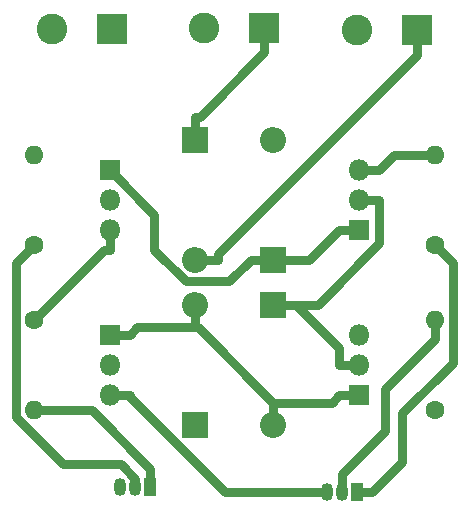
<source format=gbr>
%TF.GenerationSoftware,KiCad,Pcbnew,(5.1.6)-1*%
%TF.CreationDate,2020-11-23T20:23:35+01:00*%
%TF.ProjectId,h-bridge-2,682d6272-6964-4676-952d-322e6b696361,rev?*%
%TF.SameCoordinates,PX670dd60PY59b16d0*%
%TF.FileFunction,Copper,L2,Bot*%
%TF.FilePolarity,Positive*%
%FSLAX46Y46*%
G04 Gerber Fmt 4.6, Leading zero omitted, Abs format (unit mm)*
G04 Created by KiCad (PCBNEW (5.1.6)-1) date 2020-11-23 20:23:35*
%MOMM*%
%LPD*%
G01*
G04 APERTURE LIST*
%TA.AperFunction,ComponentPad*%
%ADD10O,1.800000X1.800000*%
%TD*%
%TA.AperFunction,ComponentPad*%
%ADD11R,1.800000X1.800000*%
%TD*%
%TA.AperFunction,ComponentPad*%
%ADD12C,1.600000*%
%TD*%
%TA.AperFunction,ComponentPad*%
%ADD13O,1.600000X1.600000*%
%TD*%
%TA.AperFunction,ComponentPad*%
%ADD14R,2.200000X2.200000*%
%TD*%
%TA.AperFunction,ComponentPad*%
%ADD15O,2.200000X2.200000*%
%TD*%
%TA.AperFunction,ComponentPad*%
%ADD16O,1.050000X1.500000*%
%TD*%
%TA.AperFunction,ComponentPad*%
%ADD17R,1.050000X1.500000*%
%TD*%
%TA.AperFunction,ComponentPad*%
%ADD18R,2.600000X2.600000*%
%TD*%
%TA.AperFunction,ComponentPad*%
%ADD19C,2.600000*%
%TD*%
%TA.AperFunction,Conductor*%
%ADD20C,0.800000*%
%TD*%
G04 APERTURE END LIST*
D10*
%TO.P,Q3,3*%
%TO.N,Net-(Q3-Pad3)*%
X11580000Y12160000D03*
%TO.P,Q3,2*%
%TO.N,Mot1*%
X11580000Y14700000D03*
D11*
%TO.P,Q3,1*%
%TO.N,GND*%
X11580000Y17240000D03*
%TD*%
D12*
%TO.P,R4,1*%
%TO.N,Net-(J1-Pad1)*%
X39120000Y10890000D03*
D13*
%TO.P,R4,2*%
%TO.N,Net-(Q6-Pad2)*%
X39120000Y18510000D03*
%TD*%
D11*
%TO.P,Q5,1*%
%TO.N,GND*%
X32710000Y12160000D03*
D10*
%TO.P,Q5,2*%
%TO.N,Mot2*%
X32710000Y14700000D03*
%TO.P,Q5,3*%
%TO.N,Net-(Q1-Pad3)*%
X32710000Y17240000D03*
%TD*%
D14*
%TO.P,D1,1*%
%TO.N,Net-(D1-Pad1)*%
X18840000Y33760000D03*
D15*
%TO.P,D1,2*%
%TO.N,Mot1*%
X18840000Y23600000D03*
%TD*%
D14*
%TO.P,D2,1*%
%TO.N,Mot1*%
X18840000Y9620000D03*
D15*
%TO.P,D2,2*%
%TO.N,GND*%
X18840000Y19780000D03*
%TD*%
%TO.P,D3,2*%
%TO.N,Mot2*%
X25450000Y33760000D03*
D14*
%TO.P,D3,1*%
%TO.N,Net-(D1-Pad1)*%
X25450000Y23600000D03*
%TD*%
D15*
%TO.P,D4,2*%
%TO.N,GND*%
X25450000Y9620000D03*
D14*
%TO.P,D4,1*%
%TO.N,Mot2*%
X25450000Y19780000D03*
%TD*%
D16*
%TO.P,Q1,2*%
%TO.N,Net-(Q1-Pad2)*%
X13750000Y4370000D03*
%TO.P,Q1,3*%
%TO.N,Net-(Q1-Pad3)*%
X12480000Y4370000D03*
D17*
%TO.P,Q1,1*%
%TO.N,Net-(Q1-Pad1)*%
X15020000Y4370000D03*
%TD*%
D10*
%TO.P,Q2,3*%
%TO.N,Net-(Q2-Pad3)*%
X11580000Y26140000D03*
%TO.P,Q2,2*%
%TO.N,Mot1*%
X11580000Y28680000D03*
D11*
%TO.P,Q2,1*%
%TO.N,Net-(D1-Pad1)*%
X11580000Y31220000D03*
%TD*%
%TO.P,Q4,1*%
%TO.N,Net-(D1-Pad1)*%
X32710000Y26140000D03*
D10*
%TO.P,Q4,2*%
%TO.N,Mot2*%
X32710000Y28680000D03*
%TO.P,Q4,3*%
%TO.N,Net-(Q4-Pad3)*%
X32710000Y31220000D03*
%TD*%
D17*
%TO.P,Q6,1*%
%TO.N,Net-(Q6-Pad1)*%
X32500000Y3950000D03*
D16*
%TO.P,Q6,3*%
%TO.N,Net-(Q3-Pad3)*%
X29960000Y3950000D03*
%TO.P,Q6,2*%
%TO.N,Net-(Q6-Pad2)*%
X31230000Y3950000D03*
%TD*%
D12*
%TO.P,R1,1*%
%TO.N,Net-(Q1-Pad2)*%
X5170000Y24870000D03*
D13*
%TO.P,R1,2*%
%TO.N,Net-(J1-Pad2)*%
X5170000Y32490000D03*
%TD*%
%TO.P,R2,2*%
%TO.N,Net-(Q1-Pad1)*%
X5170000Y10890000D03*
D12*
%TO.P,R2,1*%
%TO.N,Net-(Q2-Pad3)*%
X5170000Y18510000D03*
%TD*%
D13*
%TO.P,R3,2*%
%TO.N,Net-(Q4-Pad3)*%
X39120000Y32490000D03*
D12*
%TO.P,R3,1*%
%TO.N,Net-(Q6-Pad1)*%
X39120000Y24870000D03*
%TD*%
D18*
%TO.P,J1,1*%
%TO.N,Net-(J1-Pad1)*%
X11800000Y43180000D03*
D19*
%TO.P,J1,2*%
%TO.N,Net-(J1-Pad2)*%
X6720000Y43180000D03*
%TD*%
D18*
%TO.P,J2,1*%
%TO.N,Net-(D1-Pad1)*%
X24690000Y43260000D03*
D19*
%TO.P,J2,2*%
%TO.N,GND*%
X19610000Y43260000D03*
%TD*%
%TO.P,J3,2*%
%TO.N,Mot2*%
X32500000Y43050000D03*
D18*
%TO.P,J3,1*%
%TO.N,Mot1*%
X37580000Y43050000D03*
%TD*%
D20*
%TO.N,Net-(D1-Pad1)*%
X25450000Y23600000D02*
X23550000Y23600000D01*
X23550000Y23600000D02*
X21721200Y21771200D01*
X21721200Y21771200D02*
X18066800Y21771200D01*
X18066800Y21771200D02*
X15369200Y24468800D01*
X15369200Y24468800D02*
X15369200Y27430800D01*
X15369200Y27430800D02*
X11580000Y31220000D01*
X25450000Y23600000D02*
X28470000Y23600000D01*
X28470000Y23600000D02*
X31010000Y26140000D01*
X18840000Y33760000D02*
X18840000Y35660000D01*
X24690000Y43260000D02*
X24690000Y41160000D01*
X24690000Y41160000D02*
X19190000Y35660000D01*
X19190000Y35660000D02*
X18840000Y35660000D01*
X32710000Y26140000D02*
X31010000Y26140000D01*
%TO.N,GND*%
X11580000Y17240000D02*
X13280000Y17240000D01*
X18840000Y17880000D02*
X13920000Y17880000D01*
X13920000Y17880000D02*
X13280000Y17240000D01*
X25450000Y11520000D02*
X19090000Y17880000D01*
X19090000Y17880000D02*
X18840000Y17880000D01*
X25450000Y11520000D02*
X30370000Y11520000D01*
X30370000Y11520000D02*
X31010000Y12160000D01*
X25450000Y9620000D02*
X25450000Y11520000D01*
X18840000Y19780000D02*
X18840000Y17880000D01*
X32710000Y12160000D02*
X31010000Y12160000D01*
%TO.N,Net-(Q1-Pad2)*%
X13750000Y4370000D02*
X13750000Y5080900D01*
X13750000Y5080900D02*
X12518700Y6312200D01*
X12518700Y6312200D02*
X7618800Y6312200D01*
X7618800Y6312200D02*
X3643400Y10287600D01*
X3643400Y10287600D02*
X3643400Y23343400D01*
X3643400Y23343400D02*
X5170000Y24870000D01*
%TO.N,Net-(Q1-Pad1)*%
X15020000Y4370000D02*
X15020000Y5920000D01*
X5170000Y10890000D02*
X10050000Y10890000D01*
X10050000Y10890000D02*
X15020000Y5920000D01*
%TO.N,Net-(Q2-Pad3)*%
X11580000Y26140000D02*
X11580000Y24440000D01*
X5170000Y18510000D02*
X11100000Y24440000D01*
X11100000Y24440000D02*
X11580000Y24440000D01*
%TO.N,Net-(Q3-Pad3)*%
X11580000Y12160000D02*
X13280000Y12160000D01*
X29960000Y3950000D02*
X21313900Y3950000D01*
X21313900Y3950000D02*
X13280000Y11983900D01*
X13280000Y11983900D02*
X13280000Y12160000D01*
%TO.N,Net-(Q4-Pad3)*%
X32710000Y31220000D02*
X34410000Y31220000D01*
X39120000Y32490000D02*
X35680000Y32490000D01*
X35680000Y32490000D02*
X34410000Y31220000D01*
%TO.N,Net-(Q6-Pad1)*%
X32500000Y3950000D02*
X33825000Y3950000D01*
X39120000Y24870000D02*
X40626800Y23363200D01*
X40626800Y23363200D02*
X40626800Y14896800D01*
X40626800Y14896800D02*
X36361200Y10631200D01*
X36361200Y10631200D02*
X36361200Y6486200D01*
X36361200Y6486200D02*
X33825000Y3950000D01*
%TO.N,Net-(Q6-Pad2)*%
X39120000Y18510000D02*
X39120000Y16910000D01*
X39120000Y16910000D02*
X34871800Y12661800D01*
X34871800Y12661800D02*
X34871800Y9141800D01*
X34871800Y9141800D02*
X31230000Y5500000D01*
X31230000Y3950000D02*
X31230000Y5500000D01*
%TO.N,Mot1*%
X18840000Y23600000D02*
X20740000Y23600000D01*
X37580000Y43050000D02*
X37580000Y40950000D01*
X37580000Y40950000D02*
X20740000Y24110000D01*
X20740000Y24110000D02*
X20740000Y23600000D01*
%TO.N,Mot2*%
X32710000Y28680000D02*
X34410000Y28680000D01*
X34410000Y28680000D02*
X34410000Y24995600D01*
X34410000Y24995600D02*
X29194400Y19780000D01*
X29194400Y19780000D02*
X27350000Y19780000D01*
X32710000Y14700000D02*
X31010000Y14700000D01*
X25450000Y19780000D02*
X27350000Y19780000D01*
X27350000Y19780000D02*
X31010000Y16120000D01*
X31010000Y16120000D02*
X31010000Y14700000D01*
%TD*%
M02*

</source>
